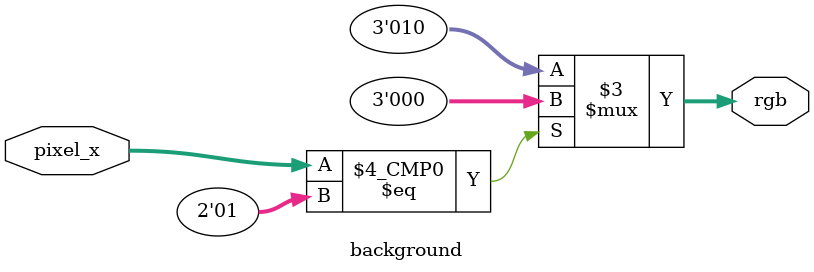
<source format=v>
`timescale 1ns / 1ps
module background(
   input wire [1:0] pixel_x,
	output reg [2:0] rgb
	);
	
	localparam [2:0]
		NEGRO 	= 3'b000,
		AZUL		= 3'b001,
		VERDE		= 3'b010,
		CYAN		= 3'b011,
		ROJO		= 3'b100,
		MAGENTA	= 3'b101,
		AMARILLO = 3'b110,
		BLANCO	= 3'b111;
	
	always@*
	begin
		case ( pixel_x )
			2'b00: // Primera parte del fondo
				rgb = VERDE;
			2'b01:
				rgb = NEGRO;
			default
				rgb = VERDE;
		endcase
	end

endmodule

</source>
